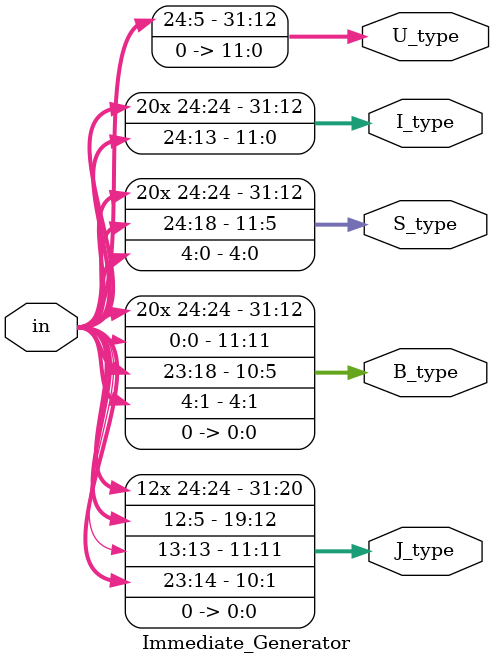
<source format=sv>
`timescale 1ns / 1ps


module Immediate_Generator(
    input [24:0]in,
    output [31:0]J_type,
    output [31:0]B_type,
    output [31:0]S_type,
    output [31:0]I_type,
    output [31:0]U_type
    );
    
    assign I_type = {{21{in[24]}},in[23:18],in[17:13]};
    assign J_type = {{12{in[24]}},in[12:5],in[13],in[23:14],1'b0};
    assign B_type = {{20{in[24]}},in[0],in[23:18],in[4:1],1'b0};
    assign U_type = {in[24:5],{12{1'b0}}};
    assign S_type = {{21{in[24]}},in[23:18],in[4:0]};
endmodule

</source>
